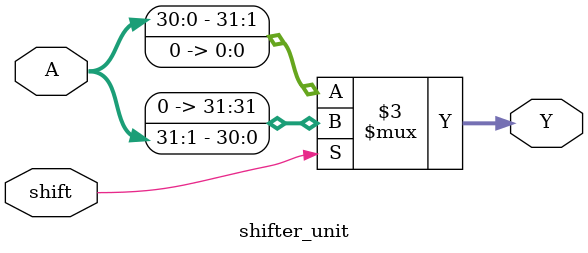
<source format=v>
module shifter_unit (
        input wire [31:0] A,
        input wire shift,
        output wire [31:0] Y


);

assign Y = (shift) ? A>>1 : A<<1;
endmodule
</source>
